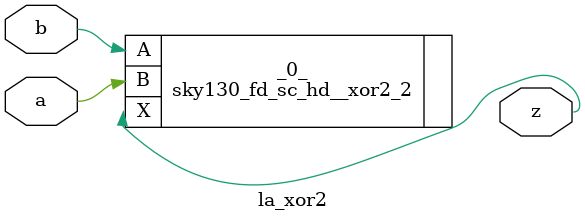
<source format=v>

/* Generated by Yosys 0.44 (git sha1 80ba43d26, g++ 11.4.0-1ubuntu1~22.04 -fPIC -O3) */

(* top =  1  *)
(* src = "inputs/la_xor2.v:10.1-20.10" *)
module la_xor2 (
    a,
    b,
    z
);
  (* src = "inputs/la_xor2.v:13.12-13.13" *)
  input a;
  wire a;
  (* src = "inputs/la_xor2.v:14.12-14.13" *)
  input b;
  wire b;
  (* src = "inputs/la_xor2.v:15.12-15.13" *)
  output z;
  wire z;
  sky130_fd_sc_hd__xor2_2 _0_ (
      .A(b),
      .B(a),
      .X(z)
  );
endmodule

</source>
